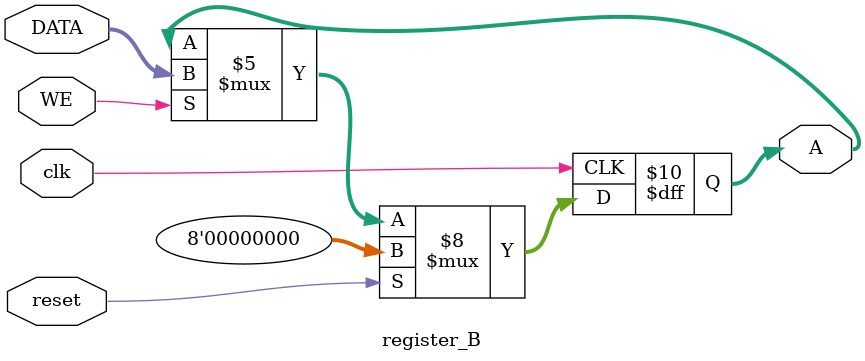
<source format=v>
 module register_B #(parameter W = 8) (
	clk,
	DATA, A,
	reset, WE
);
 	input clk;
	input [W-1:0] DATA;
	output reg [W-1:0] A;
	input reset, WE;

	initial
	begin
		A = {W{1'b0}};
	end

	always @(posedge clk)
	begin
		if (reset)
				A <= {W{1'b0}};
		else if(WE==1)
			A <= DATA;
		else
			A <= A;
		
	end
endmodule

</source>
